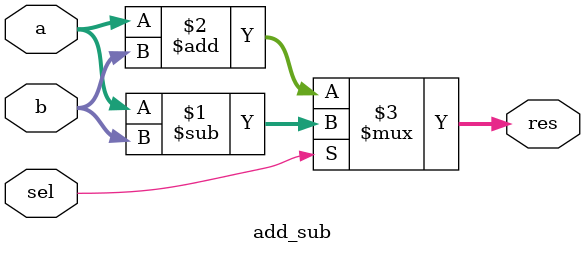
<source format=v>
module add_sub #(
    parameter W = 16
) (
    input [W-1:0] a, b,
    input sel,
    output [W-1:0] res
);

assign res = sel
  ? (a - b)
  : (a + b);

endmodule
// Should be
// SB_LUT4 31
// SB_CARRY 15

// Yosys 94.66 MHz
// SB_LUT4 66
// SB_CARRY 30

</source>
